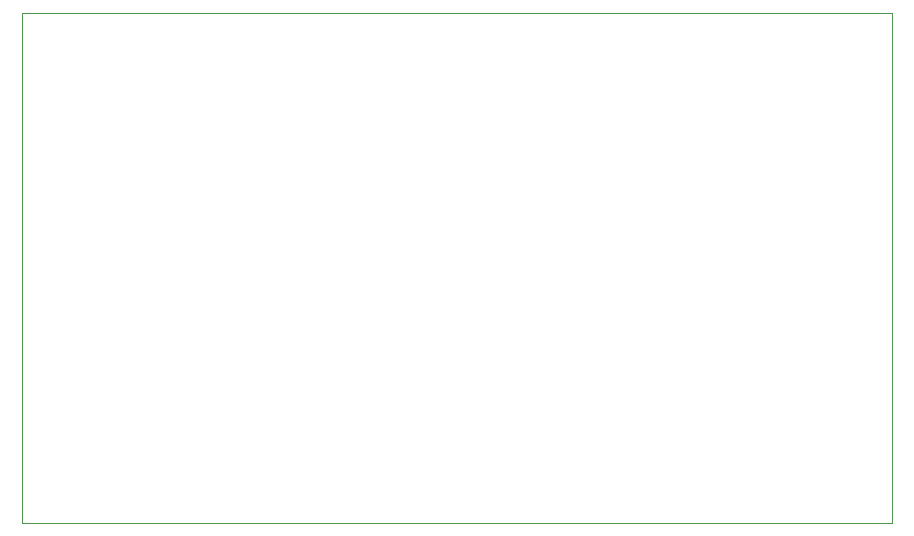
<source format=gbr>
%TF.GenerationSoftware,KiCad,Pcbnew,8.0.3*%
%TF.CreationDate,2025-07-08T18:19:17+07:00*%
%TF.ProjectId,tda2030,74646132-3033-4302-9e6b-696361645f70,rev?*%
%TF.SameCoordinates,Original*%
%TF.FileFunction,Profile,NP*%
%FSLAX46Y46*%
G04 Gerber Fmt 4.6, Leading zero omitted, Abs format (unit mm)*
G04 Created by KiCad (PCBNEW 8.0.3) date 2025-07-08 18:19:17*
%MOMM*%
%LPD*%
G01*
G04 APERTURE LIST*
%TA.AperFunction,Profile*%
%ADD10C,0.050000*%
%TD*%
G04 APERTURE END LIST*
D10*
X152400000Y-50800000D02*
X226060000Y-50800000D01*
X226060000Y-93980000D01*
X152400000Y-93980000D01*
X152400000Y-50800000D01*
M02*

</source>
